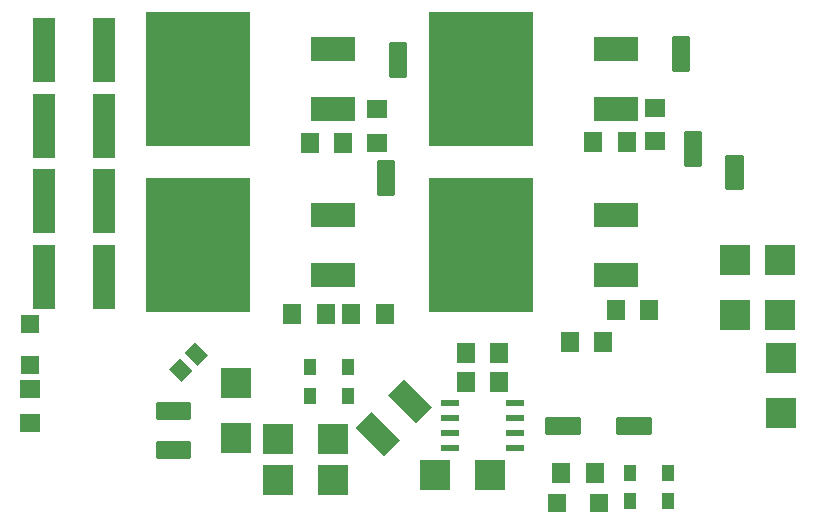
<source format=gbr>
G04 EAGLE Gerber RS-274X export*
G75*
%MOMM*%
%FSLAX34Y34*%
%LPD*%
%INSolderpaste Top*%
%IPPOS*%
%AMOC8*
5,1,8,0,0,1.08239X$1,22.5*%
G01*
%ADD10R,1.600000X1.800000*%
%ADD11R,1.900000X3.400000*%
%ADD12R,1.520000X0.600000*%
%ADD13R,2.540000X2.540000*%
%ADD14R,1.114600X1.361200*%
%ADD15R,3.810000X2.082800*%
%ADD16R,8.890000X11.430000*%
%ADD17R,1.600000X1.803000*%
%ADD18R,1.803000X1.600000*%
%ADD19R,1.850000X5.500000*%
%ADD20R,1.500000X1.500000*%
%ADD21R,1.300000X1.500000*%
%ADD22C,0.225000*%


D10*
X393000Y177000D03*
X421000Y177000D03*
X393000Y152000D03*
X421000Y152000D03*
D11*
G36*
X336949Y102908D02*
X323514Y89473D01*
X299473Y113514D01*
X312908Y126949D01*
X336949Y102908D01*
G37*
G36*
X364527Y130486D02*
X351092Y117051D01*
X327051Y141092D01*
X340486Y154527D01*
X364527Y130486D01*
G37*
D12*
X379400Y108650D03*
X379400Y121350D03*
X379400Y134050D03*
X379400Y95950D03*
X434600Y108650D03*
X434600Y121350D03*
X434600Y134050D03*
X434600Y95950D03*
D13*
X366505Y73000D03*
X413495Y73000D03*
D14*
X531996Y75000D03*
X564004Y75000D03*
X531996Y51000D03*
X564004Y51000D03*
D15*
X520400Y242900D03*
X520400Y293700D03*
D16*
X406100Y268300D03*
D17*
X548160Y213000D03*
X519720Y213000D03*
X480780Y186380D03*
X509220Y186380D03*
D15*
X520400Y382900D03*
X520400Y433700D03*
D16*
X406100Y408300D03*
D18*
X553000Y355840D03*
X553000Y384280D03*
D17*
X500780Y355380D03*
X529220Y355380D03*
D14*
X260996Y165000D03*
X293004Y165000D03*
X260996Y140000D03*
X293004Y140000D03*
D15*
X280400Y242900D03*
X280400Y293700D03*
D16*
X166100Y268300D03*
D17*
X324220Y210000D03*
X295780Y210000D03*
X245780Y210000D03*
X274220Y210000D03*
D15*
X280400Y382900D03*
X280400Y433700D03*
D16*
X166100Y408300D03*
D18*
X317680Y354840D03*
X317680Y383280D03*
D17*
X260920Y354380D03*
X289360Y354380D03*
D19*
X87000Y369000D03*
X36000Y369000D03*
X87000Y433000D03*
X36000Y433000D03*
X87000Y305000D03*
X36000Y305000D03*
X87000Y241000D03*
X36000Y241000D03*
D13*
X198000Y104505D03*
X198000Y151495D03*
X621000Y255495D03*
X621000Y208505D03*
D18*
X24000Y117780D03*
X24000Y146220D03*
D17*
X473780Y75000D03*
X502220Y75000D03*
D20*
X24000Y201500D03*
X24000Y166500D03*
X505500Y50000D03*
X470500Y50000D03*
D21*
G36*
X161181Y161575D02*
X151989Y152383D01*
X141383Y162989D01*
X150575Y172181D01*
X161181Y161575D01*
G37*
G36*
X174617Y175011D02*
X165425Y165819D01*
X154819Y176425D01*
X164011Y185617D01*
X174617Y175011D01*
G37*
D22*
X461125Y121375D02*
X488875Y121375D01*
X488875Y108625D01*
X461125Y108625D01*
X461125Y121375D01*
X461125Y110762D02*
X488875Y110762D01*
X488875Y112899D02*
X461125Y112899D01*
X461125Y115036D02*
X488875Y115036D01*
X488875Y117173D02*
X461125Y117173D01*
X461125Y119310D02*
X488875Y119310D01*
X158875Y88625D02*
X131125Y88625D01*
X131125Y101375D01*
X158875Y101375D01*
X158875Y88625D01*
X158875Y90762D02*
X131125Y90762D01*
X131125Y92899D02*
X158875Y92899D01*
X158875Y95036D02*
X131125Y95036D01*
X131125Y97173D02*
X158875Y97173D01*
X158875Y99310D02*
X131125Y99310D01*
X328625Y411125D02*
X328625Y438875D01*
X341375Y438875D01*
X341375Y411125D01*
X328625Y411125D01*
X328625Y413262D02*
X341375Y413262D01*
X341375Y415399D02*
X328625Y415399D01*
X328625Y417536D02*
X341375Y417536D01*
X341375Y419673D02*
X328625Y419673D01*
X328625Y421810D02*
X341375Y421810D01*
X341375Y423947D02*
X328625Y423947D01*
X328625Y426084D02*
X341375Y426084D01*
X341375Y428221D02*
X328625Y428221D01*
X328625Y430358D02*
X341375Y430358D01*
X341375Y432495D02*
X328625Y432495D01*
X328625Y434632D02*
X341375Y434632D01*
X341375Y436769D02*
X328625Y436769D01*
X568625Y443875D02*
X568625Y416125D01*
X568625Y443875D02*
X581375Y443875D01*
X581375Y416125D01*
X568625Y416125D01*
X568625Y418262D02*
X581375Y418262D01*
X581375Y420399D02*
X568625Y420399D01*
X568625Y422536D02*
X581375Y422536D01*
X581375Y424673D02*
X568625Y424673D01*
X568625Y426810D02*
X581375Y426810D01*
X581375Y428947D02*
X568625Y428947D01*
X568625Y431084D02*
X581375Y431084D01*
X581375Y433221D02*
X568625Y433221D01*
X568625Y435358D02*
X581375Y435358D01*
X581375Y437495D02*
X568625Y437495D01*
X568625Y439632D02*
X581375Y439632D01*
X581375Y441769D02*
X568625Y441769D01*
X591375Y363875D02*
X591375Y336125D01*
X578625Y336125D01*
X578625Y363875D01*
X591375Y363875D01*
X591375Y338262D02*
X578625Y338262D01*
X578625Y340399D02*
X591375Y340399D01*
X591375Y342536D02*
X578625Y342536D01*
X578625Y344673D02*
X591375Y344673D01*
X591375Y346810D02*
X578625Y346810D01*
X578625Y348947D02*
X591375Y348947D01*
X591375Y351084D02*
X578625Y351084D01*
X578625Y353221D02*
X591375Y353221D01*
X591375Y355358D02*
X578625Y355358D01*
X578625Y357495D02*
X591375Y357495D01*
X591375Y359632D02*
X578625Y359632D01*
X578625Y361769D02*
X591375Y361769D01*
X331375Y338875D02*
X331375Y311125D01*
X318625Y311125D01*
X318625Y338875D01*
X331375Y338875D01*
X331375Y313262D02*
X318625Y313262D01*
X318625Y315399D02*
X331375Y315399D01*
X331375Y317536D02*
X318625Y317536D01*
X318625Y319673D02*
X331375Y319673D01*
X331375Y321810D02*
X318625Y321810D01*
X318625Y323947D02*
X331375Y323947D01*
X331375Y326084D02*
X318625Y326084D01*
X318625Y328221D02*
X331375Y328221D01*
X331375Y330358D02*
X318625Y330358D01*
X318625Y332495D02*
X331375Y332495D01*
X331375Y334632D02*
X318625Y334632D01*
X318625Y336769D02*
X331375Y336769D01*
X521125Y121375D02*
X548875Y121375D01*
X548875Y108625D01*
X521125Y108625D01*
X521125Y121375D01*
X521125Y110762D02*
X548875Y110762D01*
X548875Y112899D02*
X521125Y112899D01*
X521125Y115036D02*
X548875Y115036D01*
X548875Y117173D02*
X521125Y117173D01*
X521125Y119310D02*
X548875Y119310D01*
X158875Y121625D02*
X131125Y121625D01*
X131125Y134375D01*
X158875Y134375D01*
X158875Y121625D01*
X158875Y123762D02*
X131125Y123762D01*
X131125Y125899D02*
X158875Y125899D01*
X158875Y128036D02*
X131125Y128036D01*
X131125Y130173D02*
X158875Y130173D01*
X158875Y132310D02*
X131125Y132310D01*
X613625Y316125D02*
X613625Y343875D01*
X626375Y343875D01*
X626375Y316125D01*
X613625Y316125D01*
X613625Y318262D02*
X626375Y318262D01*
X626375Y320399D02*
X613625Y320399D01*
X613625Y322536D02*
X626375Y322536D01*
X626375Y324673D02*
X613625Y324673D01*
X613625Y326810D02*
X626375Y326810D01*
X626375Y328947D02*
X613625Y328947D01*
X613625Y331084D02*
X626375Y331084D01*
X626375Y333221D02*
X613625Y333221D01*
X613625Y335358D02*
X626375Y335358D01*
X626375Y337495D02*
X613625Y337495D01*
X613625Y339632D02*
X626375Y339632D01*
X626375Y341769D02*
X613625Y341769D01*
D13*
X233505Y69000D03*
X280495Y69000D03*
X233505Y104000D03*
X280495Y104000D03*
X660000Y172495D03*
X660000Y125505D03*
X659000Y255495D03*
X659000Y208505D03*
M02*

</source>
